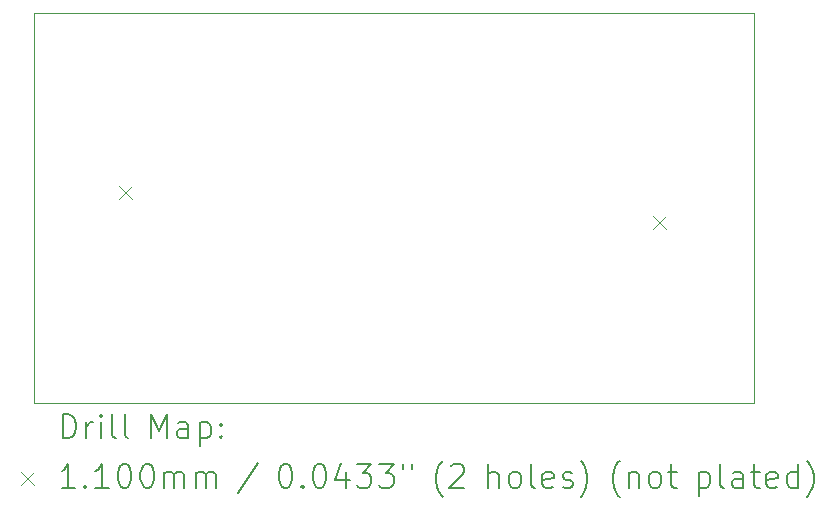
<source format=gbr>
%TF.GenerationSoftware,KiCad,Pcbnew,(7.0.0)*%
%TF.CreationDate,2024-01-25T20:54:46-05:00*%
%TF.ProjectId,BPF-Eval-Board,4250462d-4576-4616-9c2d-426f6172642e,rev?*%
%TF.SameCoordinates,Original*%
%TF.FileFunction,Drillmap*%
%TF.FilePolarity,Positive*%
%FSLAX45Y45*%
G04 Gerber Fmt 4.5, Leading zero omitted, Abs format (unit mm)*
G04 Created by KiCad (PCBNEW (7.0.0)) date 2024-01-25 20:54:46*
%MOMM*%
%LPD*%
G01*
G04 APERTURE LIST*
%ADD10C,0.100000*%
%ADD11C,0.200000*%
%ADD12C,0.110000*%
G04 APERTURE END LIST*
D10*
X11938000Y-7620000D02*
X18034000Y-7620000D01*
X18034000Y-7620000D02*
X18034000Y-10922000D01*
X18034000Y-10922000D02*
X11938000Y-10922000D01*
X11938000Y-10922000D02*
X11938000Y-7620000D01*
D11*
D12*
X12653000Y-9089000D02*
X12763000Y-9199000D01*
X12763000Y-9089000D02*
X12653000Y-9199000D01*
X17179000Y-9343000D02*
X17289000Y-9453000D01*
X17289000Y-9343000D02*
X17179000Y-9453000D01*
D11*
X12180619Y-11220476D02*
X12180619Y-11020476D01*
X12180619Y-11020476D02*
X12228238Y-11020476D01*
X12228238Y-11020476D02*
X12256809Y-11030000D01*
X12256809Y-11030000D02*
X12275857Y-11049048D01*
X12275857Y-11049048D02*
X12285381Y-11068095D01*
X12285381Y-11068095D02*
X12294905Y-11106190D01*
X12294905Y-11106190D02*
X12294905Y-11134762D01*
X12294905Y-11134762D02*
X12285381Y-11172857D01*
X12285381Y-11172857D02*
X12275857Y-11191905D01*
X12275857Y-11191905D02*
X12256809Y-11210952D01*
X12256809Y-11210952D02*
X12228238Y-11220476D01*
X12228238Y-11220476D02*
X12180619Y-11220476D01*
X12380619Y-11220476D02*
X12380619Y-11087143D01*
X12380619Y-11125238D02*
X12390143Y-11106190D01*
X12390143Y-11106190D02*
X12399667Y-11096667D01*
X12399667Y-11096667D02*
X12418714Y-11087143D01*
X12418714Y-11087143D02*
X12437762Y-11087143D01*
X12504428Y-11220476D02*
X12504428Y-11087143D01*
X12504428Y-11020476D02*
X12494905Y-11030000D01*
X12494905Y-11030000D02*
X12504428Y-11039524D01*
X12504428Y-11039524D02*
X12513952Y-11030000D01*
X12513952Y-11030000D02*
X12504428Y-11020476D01*
X12504428Y-11020476D02*
X12504428Y-11039524D01*
X12628238Y-11220476D02*
X12609190Y-11210952D01*
X12609190Y-11210952D02*
X12599667Y-11191905D01*
X12599667Y-11191905D02*
X12599667Y-11020476D01*
X12733000Y-11220476D02*
X12713952Y-11210952D01*
X12713952Y-11210952D02*
X12704428Y-11191905D01*
X12704428Y-11191905D02*
X12704428Y-11020476D01*
X12929190Y-11220476D02*
X12929190Y-11020476D01*
X12929190Y-11020476D02*
X12995857Y-11163333D01*
X12995857Y-11163333D02*
X13062524Y-11020476D01*
X13062524Y-11020476D02*
X13062524Y-11220476D01*
X13243476Y-11220476D02*
X13243476Y-11115714D01*
X13243476Y-11115714D02*
X13233952Y-11096667D01*
X13233952Y-11096667D02*
X13214905Y-11087143D01*
X13214905Y-11087143D02*
X13176809Y-11087143D01*
X13176809Y-11087143D02*
X13157762Y-11096667D01*
X13243476Y-11210952D02*
X13224428Y-11220476D01*
X13224428Y-11220476D02*
X13176809Y-11220476D01*
X13176809Y-11220476D02*
X13157762Y-11210952D01*
X13157762Y-11210952D02*
X13148238Y-11191905D01*
X13148238Y-11191905D02*
X13148238Y-11172857D01*
X13148238Y-11172857D02*
X13157762Y-11153810D01*
X13157762Y-11153810D02*
X13176809Y-11144286D01*
X13176809Y-11144286D02*
X13224428Y-11144286D01*
X13224428Y-11144286D02*
X13243476Y-11134762D01*
X13338714Y-11087143D02*
X13338714Y-11287143D01*
X13338714Y-11096667D02*
X13357762Y-11087143D01*
X13357762Y-11087143D02*
X13395857Y-11087143D01*
X13395857Y-11087143D02*
X13414905Y-11096667D01*
X13414905Y-11096667D02*
X13424428Y-11106190D01*
X13424428Y-11106190D02*
X13433952Y-11125238D01*
X13433952Y-11125238D02*
X13433952Y-11182381D01*
X13433952Y-11182381D02*
X13424428Y-11201428D01*
X13424428Y-11201428D02*
X13414905Y-11210952D01*
X13414905Y-11210952D02*
X13395857Y-11220476D01*
X13395857Y-11220476D02*
X13357762Y-11220476D01*
X13357762Y-11220476D02*
X13338714Y-11210952D01*
X13519667Y-11201428D02*
X13529190Y-11210952D01*
X13529190Y-11210952D02*
X13519667Y-11220476D01*
X13519667Y-11220476D02*
X13510143Y-11210952D01*
X13510143Y-11210952D02*
X13519667Y-11201428D01*
X13519667Y-11201428D02*
X13519667Y-11220476D01*
X13519667Y-11096667D02*
X13529190Y-11106190D01*
X13529190Y-11106190D02*
X13519667Y-11115714D01*
X13519667Y-11115714D02*
X13510143Y-11106190D01*
X13510143Y-11106190D02*
X13519667Y-11096667D01*
X13519667Y-11096667D02*
X13519667Y-11115714D01*
D12*
X11823000Y-11512000D02*
X11933000Y-11622000D01*
X11933000Y-11512000D02*
X11823000Y-11622000D01*
D11*
X12285381Y-11640476D02*
X12171095Y-11640476D01*
X12228238Y-11640476D02*
X12228238Y-11440476D01*
X12228238Y-11440476D02*
X12209190Y-11469048D01*
X12209190Y-11469048D02*
X12190143Y-11488095D01*
X12190143Y-11488095D02*
X12171095Y-11497619D01*
X12371095Y-11621428D02*
X12380619Y-11630952D01*
X12380619Y-11630952D02*
X12371095Y-11640476D01*
X12371095Y-11640476D02*
X12361571Y-11630952D01*
X12361571Y-11630952D02*
X12371095Y-11621428D01*
X12371095Y-11621428D02*
X12371095Y-11640476D01*
X12571095Y-11640476D02*
X12456809Y-11640476D01*
X12513952Y-11640476D02*
X12513952Y-11440476D01*
X12513952Y-11440476D02*
X12494905Y-11469048D01*
X12494905Y-11469048D02*
X12475857Y-11488095D01*
X12475857Y-11488095D02*
X12456809Y-11497619D01*
X12694905Y-11440476D02*
X12713952Y-11440476D01*
X12713952Y-11440476D02*
X12733000Y-11450000D01*
X12733000Y-11450000D02*
X12742524Y-11459524D01*
X12742524Y-11459524D02*
X12752048Y-11478571D01*
X12752048Y-11478571D02*
X12761571Y-11516667D01*
X12761571Y-11516667D02*
X12761571Y-11564286D01*
X12761571Y-11564286D02*
X12752048Y-11602381D01*
X12752048Y-11602381D02*
X12742524Y-11621428D01*
X12742524Y-11621428D02*
X12733000Y-11630952D01*
X12733000Y-11630952D02*
X12713952Y-11640476D01*
X12713952Y-11640476D02*
X12694905Y-11640476D01*
X12694905Y-11640476D02*
X12675857Y-11630952D01*
X12675857Y-11630952D02*
X12666333Y-11621428D01*
X12666333Y-11621428D02*
X12656809Y-11602381D01*
X12656809Y-11602381D02*
X12647286Y-11564286D01*
X12647286Y-11564286D02*
X12647286Y-11516667D01*
X12647286Y-11516667D02*
X12656809Y-11478571D01*
X12656809Y-11478571D02*
X12666333Y-11459524D01*
X12666333Y-11459524D02*
X12675857Y-11450000D01*
X12675857Y-11450000D02*
X12694905Y-11440476D01*
X12885381Y-11440476D02*
X12904429Y-11440476D01*
X12904429Y-11440476D02*
X12923476Y-11450000D01*
X12923476Y-11450000D02*
X12933000Y-11459524D01*
X12933000Y-11459524D02*
X12942524Y-11478571D01*
X12942524Y-11478571D02*
X12952048Y-11516667D01*
X12952048Y-11516667D02*
X12952048Y-11564286D01*
X12952048Y-11564286D02*
X12942524Y-11602381D01*
X12942524Y-11602381D02*
X12933000Y-11621428D01*
X12933000Y-11621428D02*
X12923476Y-11630952D01*
X12923476Y-11630952D02*
X12904429Y-11640476D01*
X12904429Y-11640476D02*
X12885381Y-11640476D01*
X12885381Y-11640476D02*
X12866333Y-11630952D01*
X12866333Y-11630952D02*
X12856809Y-11621428D01*
X12856809Y-11621428D02*
X12847286Y-11602381D01*
X12847286Y-11602381D02*
X12837762Y-11564286D01*
X12837762Y-11564286D02*
X12837762Y-11516667D01*
X12837762Y-11516667D02*
X12847286Y-11478571D01*
X12847286Y-11478571D02*
X12856809Y-11459524D01*
X12856809Y-11459524D02*
X12866333Y-11450000D01*
X12866333Y-11450000D02*
X12885381Y-11440476D01*
X13037762Y-11640476D02*
X13037762Y-11507143D01*
X13037762Y-11526190D02*
X13047286Y-11516667D01*
X13047286Y-11516667D02*
X13066333Y-11507143D01*
X13066333Y-11507143D02*
X13094905Y-11507143D01*
X13094905Y-11507143D02*
X13113952Y-11516667D01*
X13113952Y-11516667D02*
X13123476Y-11535714D01*
X13123476Y-11535714D02*
X13123476Y-11640476D01*
X13123476Y-11535714D02*
X13133000Y-11516667D01*
X13133000Y-11516667D02*
X13152048Y-11507143D01*
X13152048Y-11507143D02*
X13180619Y-11507143D01*
X13180619Y-11507143D02*
X13199667Y-11516667D01*
X13199667Y-11516667D02*
X13209190Y-11535714D01*
X13209190Y-11535714D02*
X13209190Y-11640476D01*
X13304429Y-11640476D02*
X13304429Y-11507143D01*
X13304429Y-11526190D02*
X13313952Y-11516667D01*
X13313952Y-11516667D02*
X13333000Y-11507143D01*
X13333000Y-11507143D02*
X13361571Y-11507143D01*
X13361571Y-11507143D02*
X13380619Y-11516667D01*
X13380619Y-11516667D02*
X13390143Y-11535714D01*
X13390143Y-11535714D02*
X13390143Y-11640476D01*
X13390143Y-11535714D02*
X13399667Y-11516667D01*
X13399667Y-11516667D02*
X13418714Y-11507143D01*
X13418714Y-11507143D02*
X13447286Y-11507143D01*
X13447286Y-11507143D02*
X13466333Y-11516667D01*
X13466333Y-11516667D02*
X13475857Y-11535714D01*
X13475857Y-11535714D02*
X13475857Y-11640476D01*
X13833952Y-11430952D02*
X13662524Y-11688095D01*
X14058714Y-11440476D02*
X14077762Y-11440476D01*
X14077762Y-11440476D02*
X14096810Y-11450000D01*
X14096810Y-11450000D02*
X14106333Y-11459524D01*
X14106333Y-11459524D02*
X14115857Y-11478571D01*
X14115857Y-11478571D02*
X14125381Y-11516667D01*
X14125381Y-11516667D02*
X14125381Y-11564286D01*
X14125381Y-11564286D02*
X14115857Y-11602381D01*
X14115857Y-11602381D02*
X14106333Y-11621428D01*
X14106333Y-11621428D02*
X14096810Y-11630952D01*
X14096810Y-11630952D02*
X14077762Y-11640476D01*
X14077762Y-11640476D02*
X14058714Y-11640476D01*
X14058714Y-11640476D02*
X14039667Y-11630952D01*
X14039667Y-11630952D02*
X14030143Y-11621428D01*
X14030143Y-11621428D02*
X14020619Y-11602381D01*
X14020619Y-11602381D02*
X14011095Y-11564286D01*
X14011095Y-11564286D02*
X14011095Y-11516667D01*
X14011095Y-11516667D02*
X14020619Y-11478571D01*
X14020619Y-11478571D02*
X14030143Y-11459524D01*
X14030143Y-11459524D02*
X14039667Y-11450000D01*
X14039667Y-11450000D02*
X14058714Y-11440476D01*
X14211095Y-11621428D02*
X14220619Y-11630952D01*
X14220619Y-11630952D02*
X14211095Y-11640476D01*
X14211095Y-11640476D02*
X14201571Y-11630952D01*
X14201571Y-11630952D02*
X14211095Y-11621428D01*
X14211095Y-11621428D02*
X14211095Y-11640476D01*
X14344429Y-11440476D02*
X14363476Y-11440476D01*
X14363476Y-11440476D02*
X14382524Y-11450000D01*
X14382524Y-11450000D02*
X14392048Y-11459524D01*
X14392048Y-11459524D02*
X14401571Y-11478571D01*
X14401571Y-11478571D02*
X14411095Y-11516667D01*
X14411095Y-11516667D02*
X14411095Y-11564286D01*
X14411095Y-11564286D02*
X14401571Y-11602381D01*
X14401571Y-11602381D02*
X14392048Y-11621428D01*
X14392048Y-11621428D02*
X14382524Y-11630952D01*
X14382524Y-11630952D02*
X14363476Y-11640476D01*
X14363476Y-11640476D02*
X14344429Y-11640476D01*
X14344429Y-11640476D02*
X14325381Y-11630952D01*
X14325381Y-11630952D02*
X14315857Y-11621428D01*
X14315857Y-11621428D02*
X14306333Y-11602381D01*
X14306333Y-11602381D02*
X14296810Y-11564286D01*
X14296810Y-11564286D02*
X14296810Y-11516667D01*
X14296810Y-11516667D02*
X14306333Y-11478571D01*
X14306333Y-11478571D02*
X14315857Y-11459524D01*
X14315857Y-11459524D02*
X14325381Y-11450000D01*
X14325381Y-11450000D02*
X14344429Y-11440476D01*
X14582524Y-11507143D02*
X14582524Y-11640476D01*
X14534905Y-11430952D02*
X14487286Y-11573809D01*
X14487286Y-11573809D02*
X14611095Y-11573809D01*
X14668238Y-11440476D02*
X14792048Y-11440476D01*
X14792048Y-11440476D02*
X14725381Y-11516667D01*
X14725381Y-11516667D02*
X14753952Y-11516667D01*
X14753952Y-11516667D02*
X14773000Y-11526190D01*
X14773000Y-11526190D02*
X14782524Y-11535714D01*
X14782524Y-11535714D02*
X14792048Y-11554762D01*
X14792048Y-11554762D02*
X14792048Y-11602381D01*
X14792048Y-11602381D02*
X14782524Y-11621428D01*
X14782524Y-11621428D02*
X14773000Y-11630952D01*
X14773000Y-11630952D02*
X14753952Y-11640476D01*
X14753952Y-11640476D02*
X14696810Y-11640476D01*
X14696810Y-11640476D02*
X14677762Y-11630952D01*
X14677762Y-11630952D02*
X14668238Y-11621428D01*
X14858714Y-11440476D02*
X14982524Y-11440476D01*
X14982524Y-11440476D02*
X14915857Y-11516667D01*
X14915857Y-11516667D02*
X14944429Y-11516667D01*
X14944429Y-11516667D02*
X14963476Y-11526190D01*
X14963476Y-11526190D02*
X14973000Y-11535714D01*
X14973000Y-11535714D02*
X14982524Y-11554762D01*
X14982524Y-11554762D02*
X14982524Y-11602381D01*
X14982524Y-11602381D02*
X14973000Y-11621428D01*
X14973000Y-11621428D02*
X14963476Y-11630952D01*
X14963476Y-11630952D02*
X14944429Y-11640476D01*
X14944429Y-11640476D02*
X14887286Y-11640476D01*
X14887286Y-11640476D02*
X14868238Y-11630952D01*
X14868238Y-11630952D02*
X14858714Y-11621428D01*
X15058714Y-11440476D02*
X15058714Y-11478571D01*
X15134905Y-11440476D02*
X15134905Y-11478571D01*
X15397762Y-11716667D02*
X15388238Y-11707143D01*
X15388238Y-11707143D02*
X15369191Y-11678571D01*
X15369191Y-11678571D02*
X15359667Y-11659524D01*
X15359667Y-11659524D02*
X15350143Y-11630952D01*
X15350143Y-11630952D02*
X15340619Y-11583333D01*
X15340619Y-11583333D02*
X15340619Y-11545238D01*
X15340619Y-11545238D02*
X15350143Y-11497619D01*
X15350143Y-11497619D02*
X15359667Y-11469048D01*
X15359667Y-11469048D02*
X15369191Y-11450000D01*
X15369191Y-11450000D02*
X15388238Y-11421428D01*
X15388238Y-11421428D02*
X15397762Y-11411905D01*
X15464429Y-11459524D02*
X15473952Y-11450000D01*
X15473952Y-11450000D02*
X15493000Y-11440476D01*
X15493000Y-11440476D02*
X15540619Y-11440476D01*
X15540619Y-11440476D02*
X15559667Y-11450000D01*
X15559667Y-11450000D02*
X15569191Y-11459524D01*
X15569191Y-11459524D02*
X15578714Y-11478571D01*
X15578714Y-11478571D02*
X15578714Y-11497619D01*
X15578714Y-11497619D02*
X15569191Y-11526190D01*
X15569191Y-11526190D02*
X15454905Y-11640476D01*
X15454905Y-11640476D02*
X15578714Y-11640476D01*
X15784429Y-11640476D02*
X15784429Y-11440476D01*
X15870143Y-11640476D02*
X15870143Y-11535714D01*
X15870143Y-11535714D02*
X15860619Y-11516667D01*
X15860619Y-11516667D02*
X15841572Y-11507143D01*
X15841572Y-11507143D02*
X15813000Y-11507143D01*
X15813000Y-11507143D02*
X15793952Y-11516667D01*
X15793952Y-11516667D02*
X15784429Y-11526190D01*
X15993952Y-11640476D02*
X15974905Y-11630952D01*
X15974905Y-11630952D02*
X15965381Y-11621428D01*
X15965381Y-11621428D02*
X15955857Y-11602381D01*
X15955857Y-11602381D02*
X15955857Y-11545238D01*
X15955857Y-11545238D02*
X15965381Y-11526190D01*
X15965381Y-11526190D02*
X15974905Y-11516667D01*
X15974905Y-11516667D02*
X15993952Y-11507143D01*
X15993952Y-11507143D02*
X16022524Y-11507143D01*
X16022524Y-11507143D02*
X16041572Y-11516667D01*
X16041572Y-11516667D02*
X16051095Y-11526190D01*
X16051095Y-11526190D02*
X16060619Y-11545238D01*
X16060619Y-11545238D02*
X16060619Y-11602381D01*
X16060619Y-11602381D02*
X16051095Y-11621428D01*
X16051095Y-11621428D02*
X16041572Y-11630952D01*
X16041572Y-11630952D02*
X16022524Y-11640476D01*
X16022524Y-11640476D02*
X15993952Y-11640476D01*
X16174905Y-11640476D02*
X16155857Y-11630952D01*
X16155857Y-11630952D02*
X16146333Y-11611905D01*
X16146333Y-11611905D02*
X16146333Y-11440476D01*
X16327286Y-11630952D02*
X16308238Y-11640476D01*
X16308238Y-11640476D02*
X16270143Y-11640476D01*
X16270143Y-11640476D02*
X16251095Y-11630952D01*
X16251095Y-11630952D02*
X16241572Y-11611905D01*
X16241572Y-11611905D02*
X16241572Y-11535714D01*
X16241572Y-11535714D02*
X16251095Y-11516667D01*
X16251095Y-11516667D02*
X16270143Y-11507143D01*
X16270143Y-11507143D02*
X16308238Y-11507143D01*
X16308238Y-11507143D02*
X16327286Y-11516667D01*
X16327286Y-11516667D02*
X16336810Y-11535714D01*
X16336810Y-11535714D02*
X16336810Y-11554762D01*
X16336810Y-11554762D02*
X16241572Y-11573809D01*
X16413000Y-11630952D02*
X16432048Y-11640476D01*
X16432048Y-11640476D02*
X16470143Y-11640476D01*
X16470143Y-11640476D02*
X16489191Y-11630952D01*
X16489191Y-11630952D02*
X16498714Y-11611905D01*
X16498714Y-11611905D02*
X16498714Y-11602381D01*
X16498714Y-11602381D02*
X16489191Y-11583333D01*
X16489191Y-11583333D02*
X16470143Y-11573809D01*
X16470143Y-11573809D02*
X16441572Y-11573809D01*
X16441572Y-11573809D02*
X16422524Y-11564286D01*
X16422524Y-11564286D02*
X16413000Y-11545238D01*
X16413000Y-11545238D02*
X16413000Y-11535714D01*
X16413000Y-11535714D02*
X16422524Y-11516667D01*
X16422524Y-11516667D02*
X16441572Y-11507143D01*
X16441572Y-11507143D02*
X16470143Y-11507143D01*
X16470143Y-11507143D02*
X16489191Y-11516667D01*
X16565381Y-11716667D02*
X16574905Y-11707143D01*
X16574905Y-11707143D02*
X16593953Y-11678571D01*
X16593953Y-11678571D02*
X16603476Y-11659524D01*
X16603476Y-11659524D02*
X16613000Y-11630952D01*
X16613000Y-11630952D02*
X16622524Y-11583333D01*
X16622524Y-11583333D02*
X16622524Y-11545238D01*
X16622524Y-11545238D02*
X16613000Y-11497619D01*
X16613000Y-11497619D02*
X16603476Y-11469048D01*
X16603476Y-11469048D02*
X16593953Y-11450000D01*
X16593953Y-11450000D02*
X16574905Y-11421428D01*
X16574905Y-11421428D02*
X16565381Y-11411905D01*
X16894905Y-11716667D02*
X16885381Y-11707143D01*
X16885381Y-11707143D02*
X16866334Y-11678571D01*
X16866334Y-11678571D02*
X16856810Y-11659524D01*
X16856810Y-11659524D02*
X16847286Y-11630952D01*
X16847286Y-11630952D02*
X16837762Y-11583333D01*
X16837762Y-11583333D02*
X16837762Y-11545238D01*
X16837762Y-11545238D02*
X16847286Y-11497619D01*
X16847286Y-11497619D02*
X16856810Y-11469048D01*
X16856810Y-11469048D02*
X16866334Y-11450000D01*
X16866334Y-11450000D02*
X16885381Y-11421428D01*
X16885381Y-11421428D02*
X16894905Y-11411905D01*
X16971095Y-11507143D02*
X16971095Y-11640476D01*
X16971095Y-11526190D02*
X16980619Y-11516667D01*
X16980619Y-11516667D02*
X16999667Y-11507143D01*
X16999667Y-11507143D02*
X17028238Y-11507143D01*
X17028238Y-11507143D02*
X17047286Y-11516667D01*
X17047286Y-11516667D02*
X17056810Y-11535714D01*
X17056810Y-11535714D02*
X17056810Y-11640476D01*
X17180619Y-11640476D02*
X17161572Y-11630952D01*
X17161572Y-11630952D02*
X17152048Y-11621428D01*
X17152048Y-11621428D02*
X17142524Y-11602381D01*
X17142524Y-11602381D02*
X17142524Y-11545238D01*
X17142524Y-11545238D02*
X17152048Y-11526190D01*
X17152048Y-11526190D02*
X17161572Y-11516667D01*
X17161572Y-11516667D02*
X17180619Y-11507143D01*
X17180619Y-11507143D02*
X17209191Y-11507143D01*
X17209191Y-11507143D02*
X17228238Y-11516667D01*
X17228238Y-11516667D02*
X17237762Y-11526190D01*
X17237762Y-11526190D02*
X17247286Y-11545238D01*
X17247286Y-11545238D02*
X17247286Y-11602381D01*
X17247286Y-11602381D02*
X17237762Y-11621428D01*
X17237762Y-11621428D02*
X17228238Y-11630952D01*
X17228238Y-11630952D02*
X17209191Y-11640476D01*
X17209191Y-11640476D02*
X17180619Y-11640476D01*
X17304429Y-11507143D02*
X17380619Y-11507143D01*
X17333000Y-11440476D02*
X17333000Y-11611905D01*
X17333000Y-11611905D02*
X17342524Y-11630952D01*
X17342524Y-11630952D02*
X17361572Y-11640476D01*
X17361572Y-11640476D02*
X17380619Y-11640476D01*
X17567286Y-11507143D02*
X17567286Y-11707143D01*
X17567286Y-11516667D02*
X17586334Y-11507143D01*
X17586334Y-11507143D02*
X17624429Y-11507143D01*
X17624429Y-11507143D02*
X17643476Y-11516667D01*
X17643476Y-11516667D02*
X17653000Y-11526190D01*
X17653000Y-11526190D02*
X17662524Y-11545238D01*
X17662524Y-11545238D02*
X17662524Y-11602381D01*
X17662524Y-11602381D02*
X17653000Y-11621428D01*
X17653000Y-11621428D02*
X17643476Y-11630952D01*
X17643476Y-11630952D02*
X17624429Y-11640476D01*
X17624429Y-11640476D02*
X17586334Y-11640476D01*
X17586334Y-11640476D02*
X17567286Y-11630952D01*
X17776810Y-11640476D02*
X17757762Y-11630952D01*
X17757762Y-11630952D02*
X17748238Y-11611905D01*
X17748238Y-11611905D02*
X17748238Y-11440476D01*
X17938715Y-11640476D02*
X17938715Y-11535714D01*
X17938715Y-11535714D02*
X17929191Y-11516667D01*
X17929191Y-11516667D02*
X17910143Y-11507143D01*
X17910143Y-11507143D02*
X17872048Y-11507143D01*
X17872048Y-11507143D02*
X17853000Y-11516667D01*
X17938715Y-11630952D02*
X17919667Y-11640476D01*
X17919667Y-11640476D02*
X17872048Y-11640476D01*
X17872048Y-11640476D02*
X17853000Y-11630952D01*
X17853000Y-11630952D02*
X17843476Y-11611905D01*
X17843476Y-11611905D02*
X17843476Y-11592857D01*
X17843476Y-11592857D02*
X17853000Y-11573809D01*
X17853000Y-11573809D02*
X17872048Y-11564286D01*
X17872048Y-11564286D02*
X17919667Y-11564286D01*
X17919667Y-11564286D02*
X17938715Y-11554762D01*
X18005381Y-11507143D02*
X18081572Y-11507143D01*
X18033953Y-11440476D02*
X18033953Y-11611905D01*
X18033953Y-11611905D02*
X18043476Y-11630952D01*
X18043476Y-11630952D02*
X18062524Y-11640476D01*
X18062524Y-11640476D02*
X18081572Y-11640476D01*
X18224429Y-11630952D02*
X18205381Y-11640476D01*
X18205381Y-11640476D02*
X18167286Y-11640476D01*
X18167286Y-11640476D02*
X18148238Y-11630952D01*
X18148238Y-11630952D02*
X18138715Y-11611905D01*
X18138715Y-11611905D02*
X18138715Y-11535714D01*
X18138715Y-11535714D02*
X18148238Y-11516667D01*
X18148238Y-11516667D02*
X18167286Y-11507143D01*
X18167286Y-11507143D02*
X18205381Y-11507143D01*
X18205381Y-11507143D02*
X18224429Y-11516667D01*
X18224429Y-11516667D02*
X18233953Y-11535714D01*
X18233953Y-11535714D02*
X18233953Y-11554762D01*
X18233953Y-11554762D02*
X18138715Y-11573809D01*
X18405381Y-11640476D02*
X18405381Y-11440476D01*
X18405381Y-11630952D02*
X18386334Y-11640476D01*
X18386334Y-11640476D02*
X18348238Y-11640476D01*
X18348238Y-11640476D02*
X18329191Y-11630952D01*
X18329191Y-11630952D02*
X18319667Y-11621428D01*
X18319667Y-11621428D02*
X18310143Y-11602381D01*
X18310143Y-11602381D02*
X18310143Y-11545238D01*
X18310143Y-11545238D02*
X18319667Y-11526190D01*
X18319667Y-11526190D02*
X18329191Y-11516667D01*
X18329191Y-11516667D02*
X18348238Y-11507143D01*
X18348238Y-11507143D02*
X18386334Y-11507143D01*
X18386334Y-11507143D02*
X18405381Y-11516667D01*
X18481572Y-11716667D02*
X18491096Y-11707143D01*
X18491096Y-11707143D02*
X18510143Y-11678571D01*
X18510143Y-11678571D02*
X18519667Y-11659524D01*
X18519667Y-11659524D02*
X18529191Y-11630952D01*
X18529191Y-11630952D02*
X18538715Y-11583333D01*
X18538715Y-11583333D02*
X18538715Y-11545238D01*
X18538715Y-11545238D02*
X18529191Y-11497619D01*
X18529191Y-11497619D02*
X18519667Y-11469048D01*
X18519667Y-11469048D02*
X18510143Y-11450000D01*
X18510143Y-11450000D02*
X18491096Y-11421428D01*
X18491096Y-11421428D02*
X18481572Y-11411905D01*
M02*

</source>
